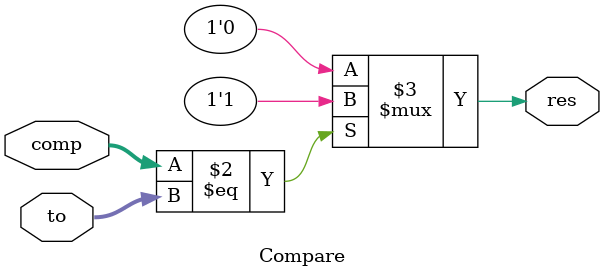
<source format=sv>
module Compare
#(
    parameter N = 4,
    parameter comp_t = 0,
    parameter logic suc_val = 1'b1
)
(
    input logic[N - 1:0] comp, to,
    output logic res
);

always_comb begin
    case(comp_t)
        3'd0: res = comp == to ? suc_val : !suc_val;
        3'd1: res = comp > to ? suc_val : !suc_val;
        3'd2: res = comp < to ? suc_val : !suc_val;
        3'd3: res = comp >= to ? suc_val : !suc_val;
        3'd4: res = comp <= to ? suc_val : !suc_val;
        default: res = suc_val;
    endcase
end
endmodule

</source>
